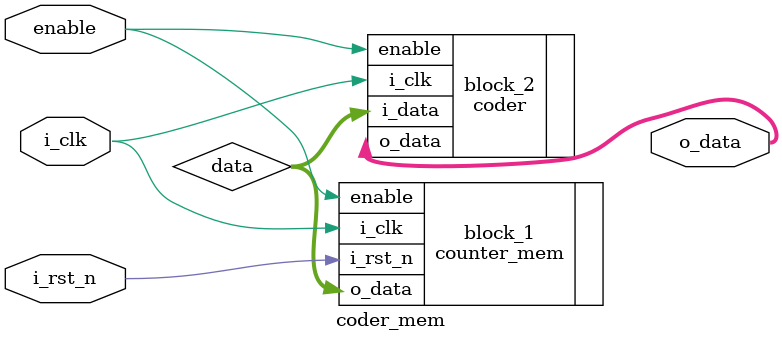
<source format=v>
module coder_mem (
    input i_clk,
    input i_rst_n,
    input enable,
    output [19:0] o_data
);

wire [7:0] data;

counter_mem block_1(
    .i_clk(i_clk),
    .i_rst_n(i_rst_n),
    .enable(enable),
    .o_data(data)
);

coder block_2(
    .i_clk(i_clk),
    .i_data(data),
    .enable(enable),
    .o_data(o_data)
);

endmodule
</source>
